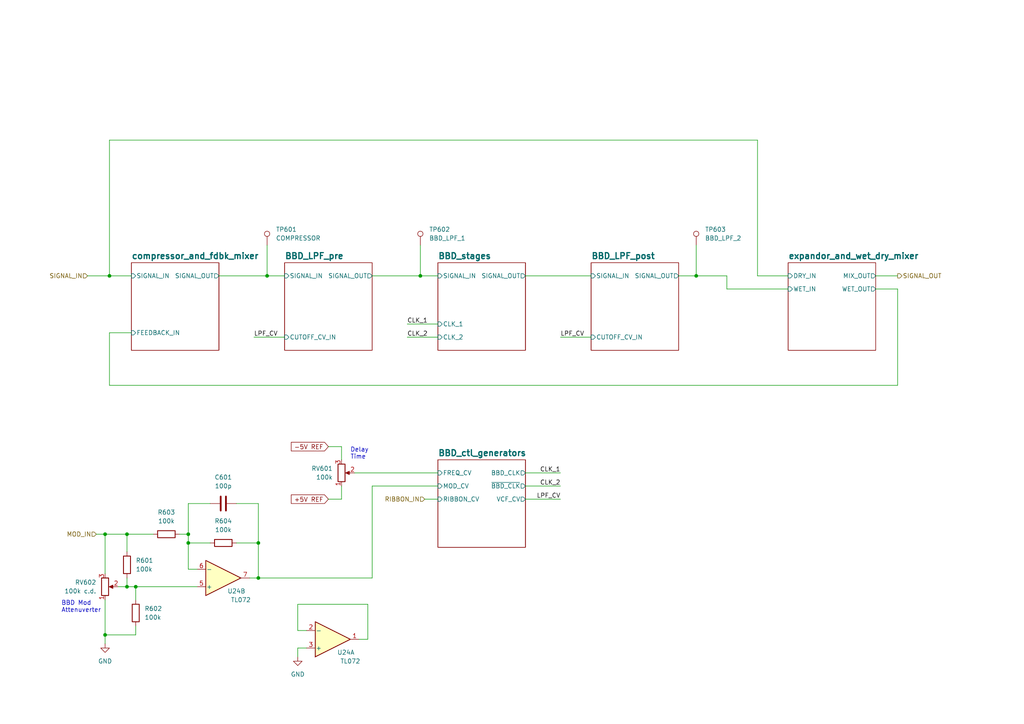
<source format=kicad_sch>
(kicad_sch (version 20230121) (generator eeschema)
  (paper "A4")
  (title_block (title "Josh Ox Ribbon Synth VCF/VCA/BBD board") (date "2023-01-07") (rev "1.0") (comment 1 "creativecommons.org/licenses/by/4.0/") (comment 2 "License: CC by 4.0") (comment 3 "Author: Jordan Aceto"))
  (lib_symbols
    (symbol "Amplifier_Operational:TL072" (pin_names (offset 0.127))
      (property "Reference" "U" (at 0 5.08 0))
      (property "Value" "TL072" (at 0 -5.08 0))
      (symbol "TL072_1_1"
        (polyline (pts (xy -5.08 5.08) (xy 5.08 0) (xy -5.08 -5.08) (xy -5.08 5.08)) (stroke (width 0.254)) (fill (type background)))
        (pin output line (at 7.62 0 180) (length 2.54) (name "~") (number "1"))
        (pin input line (at -7.62 -2.54 0) (length 2.54) (name "-") (number "2"))
        (pin input line (at -7.62 2.54 0) (length 2.54) (name "+") (number "3"))
      )
      (symbol "TL072_2_1"
        (polyline (pts (xy -5.08 5.08) (xy 5.08 0) (xy -5.08 -5.08) (xy -5.08 5.08)) (stroke (width 0.254)) (fill (type background)))
        (pin input line (at -7.62 2.54 0) (length 2.54) (name "+") (number "5"))
        (pin input line (at -7.62 -2.54 0) (length 2.54) (name "-") (number "6"))
        (pin output line (at 7.62 0 180) (length 2.54) (name "~") (number "7"))
      )
      (symbol "TL072_3_1"
        (pin power_in line (at -2.54 -7.62 90) (length 3.81) (name "V-") (number "4"))
        (pin power_in line (at -2.54 7.62 270) (length 3.81) (name "V+") (number "8"))
      )
    )
    (symbol "Connector:TestPoint" (pin_numbers hide) (pin_names (offset 0.762) hide)
      (property "Reference" "TP" (at 0 6.858 0))
      (property "Value" "TestPoint" (at 0 5.08 0))
      (symbol "TestPoint_0_1"
        (circle (center 0 3.302) (radius 0.762))
      )
      (symbol "TestPoint_1_1"
        (pin passive line (at 0 0 90) (length 2.54) (name "1") (number "1"))
      )
    )
    (symbol "Device:C" (pin_numbers hide) (pin_names (offset 0.254))
      (property "Reference" "C" (at 0.635 2.54 0))
      (property "Value" "C" (at 0.635 -2.54 0))
      (symbol "C_0_1"
        (polyline (pts (xy -2.032 -0.762) (xy 2.032 -0.762)) (stroke (width 0.508)))
        (polyline (pts (xy -2.032 0.762) (xy 2.032 0.762)) (stroke (width 0.508)))
      )
      (symbol "C_1_1"
        (pin passive line (at 0 3.81 270) (length 2.794) (name "~") (number "1"))
        (pin passive line (at 0 -3.81 90) (length 2.794) (name "~") (number "2"))
      )
    )
    (symbol "Device:R" (pin_numbers hide) (pin_names (offset 0))
      (property "Reference" "R" (at 2.032 0 90))
      (property "Value" "R" (at 0 0 90))
      (symbol "R_0_1"
        (rectangle (start -1.016 -2.54) (end 1.016 2.54) (stroke (width 0.254)))
      )
      (symbol "R_1_1"
        (pin passive line (at 0 3.81 270) (length 1.27) (name "~") (number "1"))
        (pin passive line (at 0 -3.81 90) (length 1.27) (name "~") (number "2"))
      )
    )
    (symbol "Device:R_Potentiometer" (pin_names (offset 1.016) hide)
      (property "Reference" "RV" (at -4.445 0 90))
      (property "Value" "R_Potentiometer" (at -2.54 0 90))
      (symbol "R_Potentiometer_0_1"
        (polyline (pts (xy 2.54 0) (xy 1.524 0)))
        (polyline (pts (xy 1.143 0) (xy 2.286 0.508) (xy 2.286 -0.508) (xy 1.143 0)) (fill (type outline)))
        (rectangle (start 1.016 2.54) (end -1.016 -2.54) (stroke (width 0.254)))
      )
      (symbol "R_Potentiometer_1_1"
        (pin passive line (at 0 3.81 270) (length 1.27) (name "1") (number "1"))
        (pin passive line (at 3.81 0 180) (length 1.27) (name "2") (number "2"))
        (pin passive line (at 0 -3.81 90) (length 1.27) (name "3") (number "3"))
      )
    )
    (symbol "power:GND" (power) (pin_names (offset 0))
      (property "Value" "GND" (at 0 -3.81 0))
      (symbol "GND_0_1"
        (polyline (pts (xy 0 0) (xy 0 -1.27) (xy 1.27 -1.27) (xy 0 -2.54) (xy -1.27 -1.27) (xy 0 -1.27)))
      )
      (symbol "GND_1_1"
        (pin power_in line (at 0 0 270) (length 0) hide (name "GND") (number "1"))
      )
    )
  )
  (junction (at 36.83 170.18))
  (junction (at 30.48 154.94))
  (junction (at 39.37 170.18))
  (junction (at 54.61 154.94))
  (junction (at 201.93 80.01))
  (junction (at 54.61 157.48))
  (junction (at 74.93 157.48))
  (junction (at 30.48 184.15))
  (junction (at 121.92 80.01))
  (junction (at 74.93 167.64))
  (junction (at 31.75 80.01))
  (junction (at 36.83 154.94))
  (junction (at 77.47 80.01))
  (wire (pts (xy 63.5 80.01) (xy 77.47 80.01)))
  (wire (pts (xy 254 80.01) (xy 260.35 80.01)))
  (wire (pts (xy 74.93 167.64) (xy 74.93 157.48)))
  (wire (pts (xy 86.36 190.5) (xy 86.36 187.96)))
  (wire (pts (xy 210.82 80.01) (xy 210.82 83.82)))
  (wire (pts (xy 86.36 175.26) (xy 106.68 175.26)))
  (wire (pts (xy 77.47 80.01) (xy 82.55 80.01)))
  (wire (pts (xy 68.58 146.05) (xy 74.93 146.05)))
  (wire (pts (xy 31.75 96.52) (xy 38.1 96.52)))
  (wire (pts (xy 121.92 80.01) (xy 127 80.01)))
  (wire (pts (xy 99.06 140.97) (xy 99.06 144.78)))
  (wire (pts (xy 36.83 154.94) (xy 36.83 160.02)))
  (wire (pts (xy 74.93 146.05) (xy 74.93 157.48)))
  (wire (pts (xy 171.45 97.79) (xy 162.56 97.79)))
  (wire (pts (xy 27.94 154.94) (xy 30.48 154.94)))
  (wire (pts (xy 260.35 83.82) (xy 254 83.82)))
  (wire (pts (xy 31.75 111.76) (xy 31.75 96.52)))
  (wire (pts (xy 152.4 137.16) (xy 162.56 137.16)))
  (wire (pts (xy 39.37 170.18) (xy 57.15 170.18)))
  (wire (pts (xy 30.48 173.99) (xy 30.48 184.15)))
  (wire (pts (xy 54.61 146.05) (xy 54.61 154.94)))
  (wire (pts (xy 36.83 154.94) (xy 44.45 154.94)))
  (wire (pts (xy 106.68 185.42) (xy 104.14 185.42)))
  (wire (pts (xy 52.07 154.94) (xy 54.61 154.94)))
  (wire (pts (xy 152.4 140.97) (xy 162.56 140.97)))
  (wire (pts (xy 57.15 165.1) (xy 54.61 165.1)))
  (wire (pts (xy 228.6 83.82) (xy 210.82 83.82)))
  (wire (pts (xy 54.61 154.94) (xy 54.61 157.48)))
  (wire (pts (xy 88.9 182.88) (xy 86.36 182.88)))
  (wire (pts (xy 107.95 140.97) (xy 107.95 167.64)))
  (wire (pts (xy 34.29 170.18) (xy 36.83 170.18)))
  (wire (pts (xy 121.92 71.12) (xy 121.92 80.01)))
  (wire (pts (xy 54.61 157.48) (xy 60.96 157.48)))
  (wire (pts (xy 30.48 154.94) (xy 30.48 166.37)))
  (wire (pts (xy 77.47 71.12) (xy 77.47 80.01)))
  (wire (pts (xy 30.48 154.94) (xy 36.83 154.94)))
  (wire (pts (xy 107.95 140.97) (xy 127 140.97)))
  (wire (pts (xy 31.75 80.01) (xy 38.1 80.01)))
  (wire (pts (xy 31.75 111.76) (xy 260.35 111.76)))
  (wire (pts (xy 25.4 80.01) (xy 31.75 80.01)))
  (wire (pts (xy 30.48 184.15) (xy 30.48 186.69)))
  (wire (pts (xy 127 97.79) (xy 118.11 97.79)))
  (wire (pts (xy 82.55 97.79) (xy 73.66 97.79)))
  (wire (pts (xy 39.37 170.18) (xy 39.37 173.99)))
  (wire (pts (xy 54.61 165.1) (xy 54.61 157.48)))
  (wire (pts (xy 201.93 71.12) (xy 201.93 80.01)))
  (wire (pts (xy 260.35 111.76) (xy 260.35 83.82)))
  (wire (pts (xy 36.83 170.18) (xy 39.37 170.18)))
  (wire (pts (xy 86.36 187.96) (xy 88.9 187.96)))
  (wire (pts (xy 152.4 80.01) (xy 171.45 80.01)))
  (wire (pts (xy 106.68 175.26) (xy 106.68 185.42)))
  (wire (pts (xy 86.36 182.88) (xy 86.36 175.26)))
  (wire (pts (xy 74.93 157.48) (xy 68.58 157.48)))
  (wire (pts (xy 99.06 144.78) (xy 95.25 144.78)))
  (wire (pts (xy 123.19 144.78) (xy 127 144.78)))
  (wire (pts (xy 219.71 40.64) (xy 219.71 80.01)))
  (wire (pts (xy 31.75 80.01) (xy 31.75 40.64)))
  (wire (pts (xy 74.93 167.64) (xy 107.95 167.64)))
  (wire (pts (xy 152.4 144.78) (xy 162.56 144.78)))
  (wire (pts (xy 30.48 184.15) (xy 39.37 184.15)))
  (wire (pts (xy 102.87 137.16) (xy 127 137.16)))
  (wire (pts (xy 196.85 80.01) (xy 201.93 80.01)))
  (wire (pts (xy 99.06 129.54) (xy 99.06 133.35)))
  (wire (pts (xy 95.25 129.54) (xy 99.06 129.54)))
  (wire (pts (xy 36.83 167.64) (xy 36.83 170.18)))
  (wire (pts (xy 107.95 80.01) (xy 121.92 80.01)))
  (wire (pts (xy 127 93.98) (xy 118.11 93.98)))
  (wire (pts (xy 60.96 146.05) (xy 54.61 146.05)))
  (wire (pts (xy 72.39 167.64) (xy 74.93 167.64)))
  (wire (pts (xy 31.75 40.64) (xy 219.71 40.64)))
  (wire (pts (xy 39.37 181.61) (xy 39.37 184.15)))
  (wire (pts (xy 201.93 80.01) (xy 210.82 80.01)))
  (wire (pts (xy 219.71 80.01) (xy 228.6 80.01)))
  (text "Delay\nTime" (at 101.6 133.35 0) (effects (font (size 1.27 1.27)) (justify left bottom)))
  (text "BBD Mod\nAttenuverter" (at 17.78 177.8 0) (effects (font (size 1.27 1.27)) (justify left bottom)))
  (label "CLK_2" (at 162.56 140.97 180))
  (label "CLK_1" (at 162.56 137.16 180))
  (label "CLK_1" (at 118.11 93.98 0))
  (label "LPF_CV" (at 73.66 97.79 0))
  (label "LPF_CV" (at 162.56 144.78 180))
  (label "CLK_2" (at 118.11 97.79 0))
  (label "LPF_CV" (at 162.56 97.79 0))
  (global_label "+5V REF" (shape input) (at 95.25 144.78 180) (property "Intersheetrefs" "${INTERSHEET_REFS}" (effects hide)))
  (global_label "-5V REF" (shape input) (at 95.25 129.54 180) (property "Intersheetrefs" "${INTERSHEET_REFS}" (effects hide)))
  (hierarchical_label "SIGNAL_IN" (shape input) (at 25.4 80.01 180))
  (hierarchical_label "SIGNAL_OUT" (shape output) (at 260.35 80.01 0))
  (hierarchical_label "MOD_IN" (shape input) (at 27.94 154.94 180))
  (hierarchical_label "RIBBON_IN" (shape input) (at 123.19 144.78 180))
  (symbol (lib_id "Device:R_Potentiometer") (at 30.48 170.18 0) (mirror x) (unit 1)
    (property "Reference" "RV602" (at 27.94 168.9099 0) (effects (justify right)))
    (property "Value" "100k c.d." (at 27.94 171.4499 0) (effects (justify right)))
    (property "Footprint" "Potentiometer_THT:Potentiometer_Alpha_RD901F-40-00D_Single_Vertical" (effects hide))
  )
  (symbol (lib_id "Amplifier_Operational:TL072") (at 96.52 185.42 0) (mirror x) (unit 1)
    (property "Reference" "U24" (at 100.33 189.23 0))
    (property "Value" "TL072" (at 101.6 191.77 0))
    (property "Footprint" "Package_SO:SOIC-8_3.9x4.9mm_P1.27mm" (effects hide))
    (property "Datasheet" "http://www.ti.com/lit/ds/symlink/tl071.pdf" (effects hide))
  )
  (symbol (lib_id "Device:C") (at 64.77 146.05 90) (unit 1)
    (property "Reference" "C601" (at 64.77 138.43 90))
    (property "Value" "100p" (at 64.77 140.97 90))
    (property "Footprint" "Capacitor_SMD:C_0805_2012Metric" (effects hide))
  )
  (symbol (lib_id "Device:R") (at 39.37 177.8 180) (unit 1)
    (property "Reference" "R602" (at 41.91 176.5299 0) (effects (justify right)))
    (property "Value" "100k" (at 41.91 179.0699 0) (effects (justify right)))
    (property "Footprint" "Resistor_SMD:R_0805_2012Metric" (effects hide))
  )
  (symbol (lib_id "Device:R") (at 64.77 157.48 90) (unit 1)
    (property "Reference" "R604" (at 64.77 151.13 90))
    (property "Value" "100k" (at 64.77 153.67 90))
    (property "Footprint" "Resistor_SMD:R_0805_2012Metric" (effects hide))
  )
  (symbol (lib_id "Device:R") (at 36.83 163.83 180) (unit 1)
    (property "Reference" "R601" (at 39.37 162.5599 0) (effects (justify right)))
    (property "Value" "100k" (at 39.37 165.0999 0) (effects (justify right)))
    (property "Footprint" "Resistor_SMD:R_0805_2012Metric" (effects hide))
  )
  (symbol (lib_id "power:GND") (at 86.36 190.5 0) (unit 1)
    (property "Reference" "#PWR0115" (effects hide))
    (property "Value" "GND" (at 86.36 195.58 0))
  )
  (symbol (lib_id "Device:R_Potentiometer") (at 99.06 137.16 0) (mirror x) (unit 1)
    (property "Reference" "RV601" (at 96.52 135.8899 0) (effects (justify right)))
    (property "Value" "100k" (at 96.52 138.4299 0) (effects (justify right)))
    (property "Footprint" "Potentiometer_THT:Potentiometer_Alpha_RD901F-40-00D_Single_Vertical" (effects hide))
  )
  (symbol (lib_id "Amplifier_Operational:TL072") (at 64.77 167.64 0) (mirror x) (unit 2)
    (property "Reference" "U24" (at 68.58 171.45 0))
    (property "Value" "TL072" (at 69.85 173.99 0))
    (property "Footprint" "Package_SO:SOIC-8_3.9x4.9mm_P1.27mm" (effects hide))
    (property "Datasheet" "http://www.ti.com/lit/ds/symlink/tl071.pdf" (effects hide))
  )
  (symbol (lib_id "power:GND") (at 30.48 186.69 0) (unit 1)
    (property "Reference" "#PWR0108" (effects hide))
    (property "Value" "GND" (at 30.48 191.77 0))
  )
  (symbol (lib_id "Device:R") (at 48.26 154.94 90) (unit 1)
    (property "Reference" "R603" (at 48.26 148.59 90))
    (property "Value" "100k" (at 48.26 151.13 90))
    (property "Footprint" "Resistor_SMD:R_0805_2012Metric" (effects hide))
  )
  (symbol (lib_id "Connector:TestPoint") (at 201.93 71.12 0) (unit 1) (in_bom no)
    (property "Reference" "TP603" (at 204.47 66.5479 0) (effects (justify left)))
    (property "Value" "BBD_LPF_2" (at 204.47 69.0879 0) (effects (justify left)))
    (property "Footprint" "TestPoint:TestPoint_Keystone_5000-5004_Miniature" (effects hide))
  )
  (symbol (lib_id "Connector:TestPoint") (at 121.92 71.12 0) (unit 1) (in_bom no)
    (property "Reference" "TP602" (at 124.46 66.5479 0) (effects (justify left)))
    (property "Value" "BBD_LPF_1" (at 124.46 69.0879 0) (effects (justify left)))
    (property "Footprint" "TestPoint:TestPoint_Keystone_5000-5004_Miniature" (effects hide))
  )
  (symbol (lib_id "Connector:TestPoint") (at 77.47 71.12 0) (unit 1) (in_bom no)
    (property "Reference" "TP601" (at 80.01 66.5479 0) (effects (justify left)))
    (property "Value" "COMPRESSOR" (at 80.01 69.0879 0) (effects (justify left)))
    (property "Footprint" "TestPoint:TestPoint_Keystone_5000-5004_Miniature" (effects hide))
  )
  (sheet (at 171.45 76.2) (size 25.4 25.4) (stroke (width 0.1524))
    (property "Sheetname" "BBD_LPF_post" (at 171.45 75.2484 0) (effects (font (size 1.75 1.75) bold) (justify left bottom)))
    (property "Sheetfile" "BBD_LPF.kicad_sch" (effects hide))
    (pin "SIGNAL_IN" input (at 171.45 80.01 180))
    (pin "SIGNAL_OUT" output (at 196.85 80.01 0))
    (pin "CUTOFF_CV_IN" input (at 171.45 97.79 180))
  )
  (sheet (at 228.6 76.2) (size 25.4 25.4) (stroke (width 0.1524))
    (property "Sheetname" "expandor_and_wet_dry_mixer" (at 228.6 75.2484 0) (effects (font (size 1.75 1.75) bold) (justify left bottom)))
    (property "Sheetfile" "expandor_and_wet_dry_mixer.kicad_sch" (effects hide))
    (pin "DRY_IN" input (at 228.6 80.01 180))
    (pin "WET_IN" input (at 228.6 83.82 180))
    (pin "MIX_OUT" output (at 254 80.01 0))
    (pin "WET_OUT" output (at 254 83.82 0))
  )
  (sheet (at 82.55 76.2) (size 25.4 25.4) (stroke (width 0.1524))
    (property "Sheetname" "BBD_LPF_pre" (at 82.55 75.2484 0) (effects (font (size 1.75 1.75) bold) (justify left bottom)))
    (property "Sheetfile" "BBD_LPF.kicad_sch" (effects hide))
    (pin "SIGNAL_IN" input (at 82.55 80.01 180))
    (pin "SIGNAL_OUT" output (at 107.95 80.01 0))
    (pin "CUTOFF_CV_IN" input (at 82.55 97.79 180))
  )
  (sheet (at 38.1 76.2) (size 25.4 25.4) (stroke (width 0.1524))
    (property "Sheetname" "compressor_and_fdbk_mixer" (at 38.1 75.2484 0) (effects (font (size 1.75 1.75) bold) (justify left bottom)))
    (property "Sheetfile" "compressor_and_fdbk_mixer.kicad_sch" (effects hide))
    (pin "SIGNAL_OUT" output (at 63.5 80.01 0))
    (pin "SIGNAL_IN" input (at 38.1 80.01 180))
    (pin "FEEDBACK_IN" input (at 38.1 96.52 180))
  )
  (sheet (at 127 133.35) (size 25.4 25.4) (stroke (width 0.1524))
    (property "Sheetname" "BBD_ctl_generators" (at 127 132.3984 0) (effects (font (size 1.75 1.75) bold) (justify left bottom)))
    (property "Sheetfile" "BBD_ctl_generators.kicad_sch" (effects hide))
    (pin "FREQ_CV" input (at 127 137.16 180))
    (pin "MOD_CV" input (at 127 140.97 180))
    (pin "RIBBON_CV" input (at 127 144.78 180))
    (pin "~{BBD_CLK}" output (at 152.4 140.97 0))
    (pin "BBD_CLK" output (at 152.4 137.16 0))
    (pin "VCF_CV" output (at 152.4 144.78 0))
  )
  (sheet (at 127 76.2) (size 25.4 25.4)
    (property "Sheetname" "BBD_stages" (at 127 75.2484 0) (effects (font (size 1.75 1.75) bold) (justify left bottom)))
    (property "Sheetfile" "BBD_stages.kicad_sch" (effects hide))
    (pin "SIGNAL_OUT" output (at 152.4 80.01 0))
    (pin "SIGNAL_IN" input (at 127 80.01 180))
    (pin "CLK_1" input (at 127 93.98 180))
    (pin "CLK_2" input (at 127 97.79 180))
  )
)
</source>
